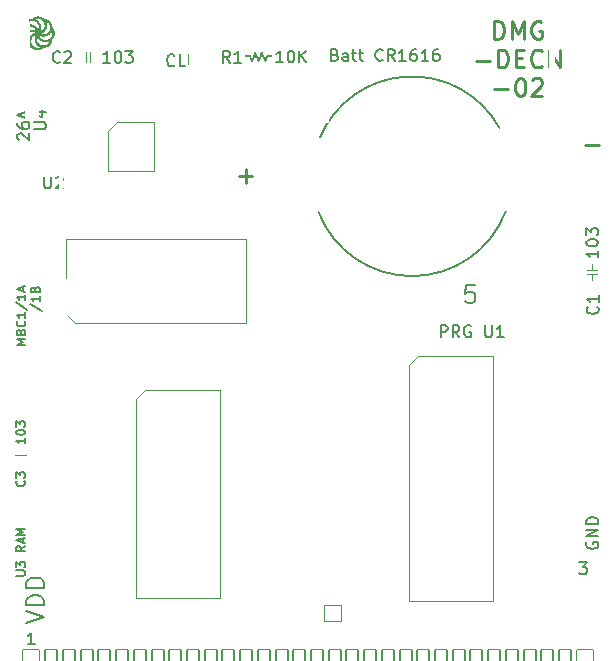
<source format=gto>
G04 #@! TF.GenerationSoftware,KiCad,Pcbnew,(6.0.9)*
G04 #@! TF.CreationDate,2023-01-08T00:32:06-05:00*
G04 #@! TF.ProjectId,DMG-DECN-02,444d472d-4445-4434-9e2d-30322e6b6963,rev?*
G04 #@! TF.SameCoordinates,Original*
G04 #@! TF.FileFunction,Legend,Top*
G04 #@! TF.FilePolarity,Positive*
%FSLAX46Y46*%
G04 Gerber Fmt 4.6, Leading zero omitted, Abs format (unit mm)*
G04 Created by KiCad (PCBNEW (6.0.9)) date 2023-01-08 00:32:06*
%MOMM*%
%LPD*%
G01*
G04 APERTURE LIST*
G04 Aperture macros list*
%AMRoundRect*
0 Rectangle with rounded corners*
0 $1 Rounding radius*
0 $2 $3 $4 $5 $6 $7 $8 $9 X,Y pos of 4 corners*
0 Add a 4 corners polygon primitive as box body*
4,1,4,$2,$3,$4,$5,$6,$7,$8,$9,$2,$3,0*
0 Add four circle primitives for the rounded corners*
1,1,$1+$1,$2,$3*
1,1,$1+$1,$4,$5*
1,1,$1+$1,$6,$7*
1,1,$1+$1,$8,$9*
0 Add four rect primitives between the rounded corners*
20,1,$1+$1,$2,$3,$4,$5,0*
20,1,$1+$1,$4,$5,$6,$7,0*
20,1,$1+$1,$6,$7,$8,$9,0*
20,1,$1+$1,$8,$9,$2,$3,0*%
%AMFreePoly0*
4,1,55,1.015063,1.095106,1.030902,1.095106,1.043716,1.085796,1.058779,1.080902,1.068089,1.068089,1.080902,1.058779,1.085796,1.043716,1.095106,1.030902,1.095106,1.015063,1.100000,1.000000,1.100000,0.762000,1.143000,0.762000,1.143000,-0.762000,0.879422,-0.762000,0.600000,-1.041422,0.600000,-2.500000,0.595106,-2.515063,0.595106,-2.530902,0.585796,-2.543716,0.580902,-2.558779,
0.568089,-2.568089,0.558779,-2.580902,0.543716,-2.585796,0.530902,-2.595106,0.515063,-2.595106,0.500000,-2.600000,-0.500000,-2.600000,-0.515063,-2.595106,-0.530902,-2.595106,-0.543716,-2.585796,-0.558779,-2.580902,-0.568089,-2.568089,-0.580902,-2.558779,-0.585796,-2.543716,-0.595106,-2.530902,-0.595106,-2.515063,-0.600000,-2.500000,-0.600000,-1.041422,-0.879422,-0.762000,-1.143000,-0.762000,
-1.143000,0.762000,-1.100000,0.762000,-1.100000,1.000000,-1.095106,1.015063,-1.095106,1.030902,-1.085796,1.043716,-1.080902,1.058779,-1.068089,1.068089,-1.058779,1.080902,-1.043716,1.085796,-1.030902,1.095106,-1.015063,1.095106,-1.000000,1.100000,1.000000,1.100000,1.015063,1.095106,1.015063,1.095106,$1*%
G04 Aperture macros list end*
%ADD10C,0.150000*%
%ADD11C,0.250000*%
%ADD12C,0.120000*%
%ADD13R,1.250000X1.500000*%
%ADD14R,2.200000X0.600000*%
%ADD15R,1.500000X1.250000*%
%ADD16RoundRect,0.050800X0.700000X3.000000X-0.700000X3.000000X-0.700000X-3.000000X0.700000X-3.000000X0*%
%ADD17RoundRect,0.050800X-0.500000X-3.000000X0.500000X-3.000000X0.500000X3.000000X-0.500000X3.000000X0*%
%ADD18RoundRect,0.050800X0.500000X3.000000X-0.500000X3.000000X-0.500000X-3.000000X0.500000X-3.000000X0*%
%ADD19R,4.000000X5.000000*%
%ADD20R,5.200000X3.200000*%
%ADD21R,1.000000X1.000000*%
%ADD22FreePoly0,90.000000*%
%ADD23FreePoly0,270.000000*%
%ADD24R,0.600000X2.200000*%
%ADD25FreePoly0,180.000000*%
%ADD26FreePoly0,0.000000*%
G04 APERTURE END LIST*
D10*
X150198984Y-84888859D02*
G75*
G03*
X166050000Y-84850000I7918066J3055139D01*
G01*
X165515644Y-77758692D02*
G75*
G03*
X150325001Y-78600000I-7390644J-4116308D01*
G01*
X125385535Y-96153214D02*
X124635535Y-96153214D01*
X125171250Y-95903214D01*
X124635535Y-95653214D01*
X125385535Y-95653214D01*
X124992678Y-95046071D02*
X125028392Y-94938928D01*
X125064107Y-94903214D01*
X125135535Y-94867500D01*
X125242678Y-94867500D01*
X125314107Y-94903214D01*
X125349821Y-94938928D01*
X125385535Y-95010357D01*
X125385535Y-95296071D01*
X124635535Y-95296071D01*
X124635535Y-95046071D01*
X124671250Y-94974642D01*
X124706964Y-94938928D01*
X124778392Y-94903214D01*
X124849821Y-94903214D01*
X124921250Y-94938928D01*
X124956964Y-94974642D01*
X124992678Y-95046071D01*
X124992678Y-95296071D01*
X125314107Y-94117500D02*
X125349821Y-94153214D01*
X125385535Y-94260357D01*
X125385535Y-94331785D01*
X125349821Y-94438928D01*
X125278392Y-94510357D01*
X125206964Y-94546071D01*
X125064107Y-94581785D01*
X124956964Y-94581785D01*
X124814107Y-94546071D01*
X124742678Y-94510357D01*
X124671250Y-94438928D01*
X124635535Y-94331785D01*
X124635535Y-94260357D01*
X124671250Y-94153214D01*
X124706964Y-94117500D01*
X125385535Y-93403214D02*
X125385535Y-93831785D01*
X125385535Y-93617500D02*
X124635535Y-93617500D01*
X124742678Y-93688928D01*
X124814107Y-93760357D01*
X124849821Y-93831785D01*
X124599821Y-92546071D02*
X125564107Y-93188928D01*
X125385535Y-91903214D02*
X125385535Y-92331785D01*
X125385535Y-92117500D02*
X124635535Y-92117500D01*
X124742678Y-92188928D01*
X124814107Y-92260357D01*
X124849821Y-92331785D01*
X125171250Y-91617500D02*
X125171250Y-91260357D01*
X125385535Y-91688928D02*
X124635535Y-91438928D01*
X125385535Y-91188928D01*
X125807321Y-92653214D02*
X126771607Y-93296071D01*
X126593035Y-92010357D02*
X126593035Y-92438928D01*
X126593035Y-92224642D02*
X125843035Y-92224642D01*
X125950178Y-92296071D01*
X126021607Y-92367500D01*
X126057321Y-92438928D01*
X126200178Y-91438928D02*
X126235892Y-91331785D01*
X126271607Y-91296071D01*
X126343035Y-91260357D01*
X126450178Y-91260357D01*
X126521607Y-91296071D01*
X126557321Y-91331785D01*
X126593035Y-91403214D01*
X126593035Y-91688928D01*
X125843035Y-91688928D01*
X125843035Y-91438928D01*
X125878750Y-91367500D01*
X125914464Y-91331785D01*
X125985892Y-91296071D01*
X126057321Y-91296071D01*
X126128750Y-91331785D01*
X126164464Y-91367500D01*
X126200178Y-91438928D01*
X126200178Y-91688928D01*
X125478571Y-119700000D02*
X126978571Y-119200000D01*
X125478571Y-118700000D01*
X126978571Y-118200000D02*
X125478571Y-118200000D01*
X125478571Y-117842857D01*
X125550000Y-117628571D01*
X125692857Y-117485714D01*
X125835714Y-117414285D01*
X126121428Y-117342857D01*
X126335714Y-117342857D01*
X126621428Y-117414285D01*
X126764285Y-117485714D01*
X126907142Y-117628571D01*
X126978571Y-117842857D01*
X126978571Y-118200000D01*
X126978571Y-116700000D02*
X125478571Y-116700000D01*
X125478571Y-116342857D01*
X125550000Y-116128571D01*
X125692857Y-115985714D01*
X125835714Y-115914285D01*
X126121428Y-115842857D01*
X126335714Y-115842857D01*
X126621428Y-115914285D01*
X126764285Y-115985714D01*
X126907142Y-116128571D01*
X126978571Y-116342857D01*
X126978571Y-116700000D01*
X126122380Y-77881904D02*
X126931904Y-77881904D01*
X127027142Y-77834285D01*
X127074761Y-77786666D01*
X127122380Y-77691428D01*
X127122380Y-77500952D01*
X127074761Y-77405714D01*
X127027142Y-77358095D01*
X126931904Y-77310476D01*
X126122380Y-77310476D01*
X126455714Y-76405714D02*
X127122380Y-76405714D01*
X126074761Y-76643809D02*
X126789047Y-76881904D01*
X126789047Y-76262857D01*
X124609285Y-115672142D02*
X125216428Y-115672142D01*
X125287857Y-115636428D01*
X125323571Y-115600714D01*
X125359285Y-115529285D01*
X125359285Y-115386428D01*
X125323571Y-115315000D01*
X125287857Y-115279285D01*
X125216428Y-115243571D01*
X124609285Y-115243571D01*
X124609285Y-114957857D02*
X124609285Y-114493571D01*
X124895000Y-114743571D01*
X124895000Y-114636428D01*
X124930714Y-114565000D01*
X124966428Y-114529285D01*
X125037857Y-114493571D01*
X125216428Y-114493571D01*
X125287857Y-114529285D01*
X125323571Y-114565000D01*
X125359285Y-114636428D01*
X125359285Y-114850714D01*
X125323571Y-114922142D01*
X125287857Y-114957857D01*
X125359285Y-113172142D02*
X125002142Y-113422142D01*
X125359285Y-113600714D02*
X124609285Y-113600714D01*
X124609285Y-113315000D01*
X124645000Y-113243571D01*
X124680714Y-113207857D01*
X124752142Y-113172142D01*
X124859285Y-113172142D01*
X124930714Y-113207857D01*
X124966428Y-113243571D01*
X125002142Y-113315000D01*
X125002142Y-113600714D01*
X125145000Y-112886428D02*
X125145000Y-112529285D01*
X125359285Y-112957857D02*
X124609285Y-112707857D01*
X125359285Y-112457857D01*
X125359285Y-112207857D02*
X124609285Y-112207857D01*
X125145000Y-111957857D01*
X124609285Y-111707857D01*
X125359285Y-111707857D01*
X124807619Y-78790476D02*
X124760000Y-78742857D01*
X124712380Y-78647619D01*
X124712380Y-78409523D01*
X124760000Y-78314285D01*
X124807619Y-78266666D01*
X124902857Y-78219047D01*
X124998095Y-78219047D01*
X125140952Y-78266666D01*
X125712380Y-78838095D01*
X125712380Y-78219047D01*
X124712380Y-77361904D02*
X124712380Y-77552380D01*
X124760000Y-77647619D01*
X124807619Y-77695238D01*
X124950476Y-77790476D01*
X125140952Y-77838095D01*
X125521904Y-77838095D01*
X125617142Y-77790476D01*
X125664761Y-77742857D01*
X125712380Y-77647619D01*
X125712380Y-77457142D01*
X125664761Y-77361904D01*
X125617142Y-77314285D01*
X125521904Y-77266666D01*
X125283809Y-77266666D01*
X125188571Y-77314285D01*
X125140952Y-77361904D01*
X125093333Y-77457142D01*
X125093333Y-77647619D01*
X125140952Y-77742857D01*
X125188571Y-77790476D01*
X125283809Y-77838095D01*
X125426666Y-76885714D02*
X125426666Y-76409523D01*
X125712380Y-76980952D02*
X124712380Y-76647619D01*
X125712380Y-76314285D01*
X138006666Y-72457142D02*
X137959047Y-72504761D01*
X137816190Y-72552380D01*
X137720952Y-72552380D01*
X137578095Y-72504761D01*
X137482857Y-72409523D01*
X137435238Y-72314285D01*
X137387619Y-72123809D01*
X137387619Y-71980952D01*
X137435238Y-71790476D01*
X137482857Y-71695238D01*
X137578095Y-71600000D01*
X137720952Y-71552380D01*
X137816190Y-71552380D01*
X137959047Y-71600000D01*
X138006666Y-71647619D01*
X138911428Y-72552380D02*
X138435238Y-72552380D01*
X138435238Y-71552380D01*
X139244761Y-72552380D02*
X139244761Y-71552380D01*
X128313333Y-72187142D02*
X128265714Y-72234761D01*
X128122857Y-72282380D01*
X128027619Y-72282380D01*
X127884761Y-72234761D01*
X127789523Y-72139523D01*
X127741904Y-72044285D01*
X127694285Y-71853809D01*
X127694285Y-71710952D01*
X127741904Y-71520476D01*
X127789523Y-71425238D01*
X127884761Y-71330000D01*
X128027619Y-71282380D01*
X128122857Y-71282380D01*
X128265714Y-71330000D01*
X128313333Y-71377619D01*
X128694285Y-71377619D02*
X128741904Y-71330000D01*
X128837142Y-71282380D01*
X129075238Y-71282380D01*
X129170476Y-71330000D01*
X129218095Y-71377619D01*
X129265714Y-71472857D01*
X129265714Y-71568095D01*
X129218095Y-71710952D01*
X128646666Y-72282380D01*
X129265714Y-72282380D01*
X147209523Y-72232380D02*
X146638095Y-72232380D01*
X146923809Y-72232380D02*
X146923809Y-71232380D01*
X146828571Y-71375238D01*
X146733333Y-71470476D01*
X146638095Y-71518095D01*
X147828571Y-71232380D02*
X147923809Y-71232380D01*
X148019047Y-71280000D01*
X148066666Y-71327619D01*
X148114285Y-71422857D01*
X148161904Y-71613333D01*
X148161904Y-71851428D01*
X148114285Y-72041904D01*
X148066666Y-72137142D01*
X148019047Y-72184761D01*
X147923809Y-72232380D01*
X147828571Y-72232380D01*
X147733333Y-72184761D01*
X147685714Y-72137142D01*
X147638095Y-72041904D01*
X147590476Y-71851428D01*
X147590476Y-71613333D01*
X147638095Y-71422857D01*
X147685714Y-71327619D01*
X147733333Y-71280000D01*
X147828571Y-71232380D01*
X148590476Y-72232380D02*
X148590476Y-71232380D01*
X149161904Y-72232380D02*
X148733333Y-71660952D01*
X149161904Y-71232380D02*
X148590476Y-71803809D01*
X126988095Y-81902380D02*
X126988095Y-82711904D01*
X127035714Y-82807142D01*
X127083333Y-82854761D01*
X127178571Y-82902380D01*
X127369047Y-82902380D01*
X127464285Y-82854761D01*
X127511904Y-82807142D01*
X127559523Y-82711904D01*
X127559523Y-81902380D01*
X127988095Y-81997619D02*
X128035714Y-81950000D01*
X128130952Y-81902380D01*
X128369047Y-81902380D01*
X128464285Y-81950000D01*
X128511904Y-81997619D01*
X128559523Y-82092857D01*
X128559523Y-82188095D01*
X128511904Y-82330952D01*
X127940476Y-82902380D01*
X128559523Y-82902380D01*
X126185714Y-121502380D02*
X125614285Y-121502380D01*
X125900000Y-121502380D02*
X125900000Y-120502380D01*
X125804761Y-120645238D01*
X125709523Y-120740476D01*
X125614285Y-120788095D01*
X163417142Y-91088571D02*
X162702857Y-91088571D01*
X162631428Y-91802857D01*
X162702857Y-91731428D01*
X162845714Y-91660000D01*
X163202857Y-91660000D01*
X163345714Y-91731428D01*
X163417142Y-91802857D01*
X163488571Y-91945714D01*
X163488571Y-92302857D01*
X163417142Y-92445714D01*
X163345714Y-92517142D01*
X163202857Y-92588571D01*
X162845714Y-92588571D01*
X162702857Y-92517142D01*
X162631428Y-92445714D01*
X125287857Y-107645000D02*
X125323571Y-107680714D01*
X125359285Y-107787857D01*
X125359285Y-107859285D01*
X125323571Y-107966428D01*
X125252142Y-108037857D01*
X125180714Y-108073571D01*
X125037857Y-108109285D01*
X124930714Y-108109285D01*
X124787857Y-108073571D01*
X124716428Y-108037857D01*
X124645000Y-107966428D01*
X124609285Y-107859285D01*
X124609285Y-107787857D01*
X124645000Y-107680714D01*
X124680714Y-107645000D01*
X124609285Y-107395000D02*
X124609285Y-106930714D01*
X124895000Y-107180714D01*
X124895000Y-107073571D01*
X124930714Y-107002142D01*
X124966428Y-106966428D01*
X125037857Y-106930714D01*
X125216428Y-106930714D01*
X125287857Y-106966428D01*
X125323571Y-107002142D01*
X125359285Y-107073571D01*
X125359285Y-107287857D01*
X125323571Y-107359285D01*
X125287857Y-107395000D01*
X172296666Y-114552380D02*
X172915714Y-114552380D01*
X172582380Y-114933333D01*
X172725238Y-114933333D01*
X172820476Y-114980952D01*
X172868095Y-115028571D01*
X172915714Y-115123809D01*
X172915714Y-115361904D01*
X172868095Y-115457142D01*
X172820476Y-115504761D01*
X172725238Y-115552380D01*
X172439523Y-115552380D01*
X172344285Y-115504761D01*
X172296666Y-115457142D01*
D11*
X165080000Y-70233571D02*
X165080000Y-68733571D01*
X165437142Y-68733571D01*
X165651428Y-68805000D01*
X165794285Y-68947857D01*
X165865714Y-69090714D01*
X165937142Y-69376428D01*
X165937142Y-69590714D01*
X165865714Y-69876428D01*
X165794285Y-70019285D01*
X165651428Y-70162142D01*
X165437142Y-70233571D01*
X165080000Y-70233571D01*
X166580000Y-70233571D02*
X166580000Y-68733571D01*
X167080000Y-69805000D01*
X167580000Y-68733571D01*
X167580000Y-70233571D01*
X169080000Y-68805000D02*
X168937142Y-68733571D01*
X168722857Y-68733571D01*
X168508571Y-68805000D01*
X168365714Y-68947857D01*
X168294285Y-69090714D01*
X168222857Y-69376428D01*
X168222857Y-69590714D01*
X168294285Y-69876428D01*
X168365714Y-70019285D01*
X168508571Y-70162142D01*
X168722857Y-70233571D01*
X168865714Y-70233571D01*
X169080000Y-70162142D01*
X169151428Y-70090714D01*
X169151428Y-69590714D01*
X168865714Y-69590714D01*
X163544285Y-72077142D02*
X164687142Y-72077142D01*
X165401428Y-72648571D02*
X165401428Y-71148571D01*
X165758571Y-71148571D01*
X165972857Y-71220000D01*
X166115714Y-71362857D01*
X166187142Y-71505714D01*
X166258571Y-71791428D01*
X166258571Y-72005714D01*
X166187142Y-72291428D01*
X166115714Y-72434285D01*
X165972857Y-72577142D01*
X165758571Y-72648571D01*
X165401428Y-72648571D01*
X166901428Y-71862857D02*
X167401428Y-71862857D01*
X167615714Y-72648571D02*
X166901428Y-72648571D01*
X166901428Y-71148571D01*
X167615714Y-71148571D01*
X169115714Y-72505714D02*
X169044285Y-72577142D01*
X168830000Y-72648571D01*
X168687142Y-72648571D01*
X168472857Y-72577142D01*
X168330000Y-72434285D01*
X168258571Y-72291428D01*
X168187142Y-72005714D01*
X168187142Y-71791428D01*
X168258571Y-71505714D01*
X168330000Y-71362857D01*
X168472857Y-71220000D01*
X168687142Y-71148571D01*
X168830000Y-71148571D01*
X169044285Y-71220000D01*
X169115714Y-71291428D01*
X169758571Y-72648571D02*
X169758571Y-71148571D01*
X170615714Y-72648571D01*
X170615714Y-71148571D01*
X165080000Y-74492142D02*
X166222857Y-74492142D01*
X167222857Y-73563571D02*
X167365714Y-73563571D01*
X167508571Y-73635000D01*
X167580000Y-73706428D01*
X167651428Y-73849285D01*
X167722857Y-74135000D01*
X167722857Y-74492142D01*
X167651428Y-74777857D01*
X167580000Y-74920714D01*
X167508571Y-74992142D01*
X167365714Y-75063571D01*
X167222857Y-75063571D01*
X167080000Y-74992142D01*
X167008571Y-74920714D01*
X166937142Y-74777857D01*
X166865714Y-74492142D01*
X166865714Y-74135000D01*
X166937142Y-73849285D01*
X167008571Y-73706428D01*
X167080000Y-73635000D01*
X167222857Y-73563571D01*
X168294285Y-73706428D02*
X168365714Y-73635000D01*
X168508571Y-73563571D01*
X168865714Y-73563571D01*
X169008571Y-73635000D01*
X169080000Y-73706428D01*
X169151428Y-73849285D01*
X169151428Y-73992142D01*
X169080000Y-74206428D01*
X168222857Y-75063571D01*
X169151428Y-75063571D01*
D10*
X132563333Y-72262380D02*
X131991904Y-72262380D01*
X132277619Y-72262380D02*
X132277619Y-71262380D01*
X132182380Y-71405238D01*
X132087142Y-71500476D01*
X131991904Y-71548095D01*
X133182380Y-71262380D02*
X133277619Y-71262380D01*
X133372857Y-71310000D01*
X133420476Y-71357619D01*
X133468095Y-71452857D01*
X133515714Y-71643333D01*
X133515714Y-71881428D01*
X133468095Y-72071904D01*
X133420476Y-72167142D01*
X133372857Y-72214761D01*
X133277619Y-72262380D01*
X133182380Y-72262380D01*
X133087142Y-72214761D01*
X133039523Y-72167142D01*
X132991904Y-72071904D01*
X132944285Y-71881428D01*
X132944285Y-71643333D01*
X132991904Y-71452857D01*
X133039523Y-71357619D01*
X133087142Y-71310000D01*
X133182380Y-71262380D01*
X133849047Y-71262380D02*
X134468095Y-71262380D01*
X134134761Y-71643333D01*
X134277619Y-71643333D01*
X134372857Y-71690952D01*
X134420476Y-71738571D01*
X134468095Y-71833809D01*
X134468095Y-72071904D01*
X134420476Y-72167142D01*
X134372857Y-72214761D01*
X134277619Y-72262380D01*
X133991904Y-72262380D01*
X133896666Y-72214761D01*
X133849047Y-72167142D01*
X172940000Y-112841904D02*
X172892380Y-112937142D01*
X172892380Y-113080000D01*
X172940000Y-113222857D01*
X173035238Y-113318095D01*
X173130476Y-113365714D01*
X173320952Y-113413333D01*
X173463809Y-113413333D01*
X173654285Y-113365714D01*
X173749523Y-113318095D01*
X173844761Y-113222857D01*
X173892380Y-113080000D01*
X173892380Y-112984761D01*
X173844761Y-112841904D01*
X173797142Y-112794285D01*
X173463809Y-112794285D01*
X173463809Y-112984761D01*
X173892380Y-112365714D02*
X172892380Y-112365714D01*
X173892380Y-111794285D01*
X172892380Y-111794285D01*
X173892380Y-111318095D02*
X172892380Y-111318095D01*
X172892380Y-111080000D01*
X172940000Y-110937142D01*
X173035238Y-110841904D01*
X173130476Y-110794285D01*
X173320952Y-110746666D01*
X173463809Y-110746666D01*
X173654285Y-110794285D01*
X173749523Y-110841904D01*
X173844761Y-110937142D01*
X173892380Y-111080000D01*
X173892380Y-111318095D01*
X160557142Y-95492380D02*
X160557142Y-94492380D01*
X160938095Y-94492380D01*
X161033333Y-94540000D01*
X161080952Y-94587619D01*
X161128571Y-94682857D01*
X161128571Y-94825714D01*
X161080952Y-94920952D01*
X161033333Y-94968571D01*
X160938095Y-95016190D01*
X160557142Y-95016190D01*
X162128571Y-95492380D02*
X161795238Y-95016190D01*
X161557142Y-95492380D02*
X161557142Y-94492380D01*
X161938095Y-94492380D01*
X162033333Y-94540000D01*
X162080952Y-94587619D01*
X162128571Y-94682857D01*
X162128571Y-94825714D01*
X162080952Y-94920952D01*
X162033333Y-94968571D01*
X161938095Y-95016190D01*
X161557142Y-95016190D01*
X163080952Y-94540000D02*
X162985714Y-94492380D01*
X162842857Y-94492380D01*
X162700000Y-94540000D01*
X162604761Y-94635238D01*
X162557142Y-94730476D01*
X162509523Y-94920952D01*
X162509523Y-95063809D01*
X162557142Y-95254285D01*
X162604761Y-95349523D01*
X162700000Y-95444761D01*
X162842857Y-95492380D01*
X162938095Y-95492380D01*
X163080952Y-95444761D01*
X163128571Y-95397142D01*
X163128571Y-95063809D01*
X162938095Y-95063809D01*
X164319047Y-94492380D02*
X164319047Y-95301904D01*
X164366666Y-95397142D01*
X164414285Y-95444761D01*
X164509523Y-95492380D01*
X164700000Y-95492380D01*
X164795238Y-95444761D01*
X164842857Y-95397142D01*
X164890476Y-95301904D01*
X164890476Y-94492380D01*
X165890476Y-95492380D02*
X165319047Y-95492380D01*
X165604761Y-95492380D02*
X165604761Y-94492380D01*
X165509523Y-94635238D01*
X165414285Y-94730476D01*
X165319047Y-94778095D01*
X125359285Y-104040000D02*
X125359285Y-104468571D01*
X125359285Y-104254285D02*
X124609285Y-104254285D01*
X124716428Y-104325714D01*
X124787857Y-104397142D01*
X124823571Y-104468571D01*
X124609285Y-103575714D02*
X124609285Y-103504285D01*
X124645000Y-103432857D01*
X124680714Y-103397142D01*
X124752142Y-103361428D01*
X124895000Y-103325714D01*
X125073571Y-103325714D01*
X125216428Y-103361428D01*
X125287857Y-103397142D01*
X125323571Y-103432857D01*
X125359285Y-103504285D01*
X125359285Y-103575714D01*
X125323571Y-103647142D01*
X125287857Y-103682857D01*
X125216428Y-103718571D01*
X125073571Y-103754285D01*
X124895000Y-103754285D01*
X124752142Y-103718571D01*
X124680714Y-103682857D01*
X124645000Y-103647142D01*
X124609285Y-103575714D01*
X124609285Y-103075714D02*
X124609285Y-102611428D01*
X124895000Y-102861428D01*
X124895000Y-102754285D01*
X124930714Y-102682857D01*
X124966428Y-102647142D01*
X125037857Y-102611428D01*
X125216428Y-102611428D01*
X125287857Y-102647142D01*
X125323571Y-102682857D01*
X125359285Y-102754285D01*
X125359285Y-102968571D01*
X125323571Y-103040000D01*
X125287857Y-103075714D01*
X173817142Y-92916666D02*
X173864761Y-92964285D01*
X173912380Y-93107142D01*
X173912380Y-93202380D01*
X173864761Y-93345238D01*
X173769523Y-93440476D01*
X173674285Y-93488095D01*
X173483809Y-93535714D01*
X173340952Y-93535714D01*
X173150476Y-93488095D01*
X173055238Y-93440476D01*
X172960000Y-93345238D01*
X172912380Y-93202380D01*
X172912380Y-93107142D01*
X172960000Y-92964285D01*
X173007619Y-92916666D01*
X173912380Y-91964285D02*
X173912380Y-92535714D01*
X173912380Y-92250000D02*
X172912380Y-92250000D01*
X173055238Y-92345238D01*
X173150476Y-92440476D01*
X173198095Y-92535714D01*
X151591904Y-71588571D02*
X151734761Y-71636190D01*
X151782380Y-71683809D01*
X151830000Y-71779047D01*
X151830000Y-71921904D01*
X151782380Y-72017142D01*
X151734761Y-72064761D01*
X151639523Y-72112380D01*
X151258571Y-72112380D01*
X151258571Y-71112380D01*
X151591904Y-71112380D01*
X151687142Y-71160000D01*
X151734761Y-71207619D01*
X151782380Y-71302857D01*
X151782380Y-71398095D01*
X151734761Y-71493333D01*
X151687142Y-71540952D01*
X151591904Y-71588571D01*
X151258571Y-71588571D01*
X152687142Y-72112380D02*
X152687142Y-71588571D01*
X152639523Y-71493333D01*
X152544285Y-71445714D01*
X152353809Y-71445714D01*
X152258571Y-71493333D01*
X152687142Y-72064761D02*
X152591904Y-72112380D01*
X152353809Y-72112380D01*
X152258571Y-72064761D01*
X152210952Y-71969523D01*
X152210952Y-71874285D01*
X152258571Y-71779047D01*
X152353809Y-71731428D01*
X152591904Y-71731428D01*
X152687142Y-71683809D01*
X153020476Y-71445714D02*
X153401428Y-71445714D01*
X153163333Y-71112380D02*
X153163333Y-71969523D01*
X153210952Y-72064761D01*
X153306190Y-72112380D01*
X153401428Y-72112380D01*
X153591904Y-71445714D02*
X153972857Y-71445714D01*
X153734761Y-71112380D02*
X153734761Y-71969523D01*
X153782380Y-72064761D01*
X153877619Y-72112380D01*
X153972857Y-72112380D01*
X155639523Y-72017142D02*
X155591904Y-72064761D01*
X155449047Y-72112380D01*
X155353809Y-72112380D01*
X155210952Y-72064761D01*
X155115714Y-71969523D01*
X155068095Y-71874285D01*
X155020476Y-71683809D01*
X155020476Y-71540952D01*
X155068095Y-71350476D01*
X155115714Y-71255238D01*
X155210952Y-71160000D01*
X155353809Y-71112380D01*
X155449047Y-71112380D01*
X155591904Y-71160000D01*
X155639523Y-71207619D01*
X156639523Y-72112380D02*
X156306190Y-71636190D01*
X156068095Y-72112380D02*
X156068095Y-71112380D01*
X156449047Y-71112380D01*
X156544285Y-71160000D01*
X156591904Y-71207619D01*
X156639523Y-71302857D01*
X156639523Y-71445714D01*
X156591904Y-71540952D01*
X156544285Y-71588571D01*
X156449047Y-71636190D01*
X156068095Y-71636190D01*
X157591904Y-72112380D02*
X157020476Y-72112380D01*
X157306190Y-72112380D02*
X157306190Y-71112380D01*
X157210952Y-71255238D01*
X157115714Y-71350476D01*
X157020476Y-71398095D01*
X158449047Y-71112380D02*
X158258571Y-71112380D01*
X158163333Y-71160000D01*
X158115714Y-71207619D01*
X158020476Y-71350476D01*
X157972857Y-71540952D01*
X157972857Y-71921904D01*
X158020476Y-72017142D01*
X158068095Y-72064761D01*
X158163333Y-72112380D01*
X158353809Y-72112380D01*
X158449047Y-72064761D01*
X158496666Y-72017142D01*
X158544285Y-71921904D01*
X158544285Y-71683809D01*
X158496666Y-71588571D01*
X158449047Y-71540952D01*
X158353809Y-71493333D01*
X158163333Y-71493333D01*
X158068095Y-71540952D01*
X158020476Y-71588571D01*
X157972857Y-71683809D01*
X159496666Y-72112380D02*
X158925238Y-72112380D01*
X159210952Y-72112380D02*
X159210952Y-71112380D01*
X159115714Y-71255238D01*
X159020476Y-71350476D01*
X158925238Y-71398095D01*
X160353809Y-71112380D02*
X160163333Y-71112380D01*
X160068095Y-71160000D01*
X160020476Y-71207619D01*
X159925238Y-71350476D01*
X159877619Y-71540952D01*
X159877619Y-71921904D01*
X159925238Y-72017142D01*
X159972857Y-72064761D01*
X160068095Y-72112380D01*
X160258571Y-72112380D01*
X160353809Y-72064761D01*
X160401428Y-72017142D01*
X160449047Y-71921904D01*
X160449047Y-71683809D01*
X160401428Y-71588571D01*
X160353809Y-71540952D01*
X160258571Y-71493333D01*
X160068095Y-71493333D01*
X159972857Y-71540952D01*
X159925238Y-71588571D01*
X159877619Y-71683809D01*
X173872380Y-88166666D02*
X173872380Y-88738095D01*
X173872380Y-88452380D02*
X172872380Y-88452380D01*
X173015238Y-88547619D01*
X173110476Y-88642857D01*
X173158095Y-88738095D01*
X172872380Y-87547619D02*
X172872380Y-87452380D01*
X172920000Y-87357142D01*
X172967619Y-87309523D01*
X173062857Y-87261904D01*
X173253333Y-87214285D01*
X173491428Y-87214285D01*
X173681904Y-87261904D01*
X173777142Y-87309523D01*
X173824761Y-87357142D01*
X173872380Y-87452380D01*
X173872380Y-87547619D01*
X173824761Y-87642857D01*
X173777142Y-87690476D01*
X173681904Y-87738095D01*
X173491428Y-87785714D01*
X173253333Y-87785714D01*
X173062857Y-87738095D01*
X172967619Y-87690476D01*
X172920000Y-87642857D01*
X172872380Y-87547619D01*
X172872380Y-86880952D02*
X172872380Y-86261904D01*
X173253333Y-86595238D01*
X173253333Y-86452380D01*
X173300952Y-86357142D01*
X173348571Y-86309523D01*
X173443809Y-86261904D01*
X173681904Y-86261904D01*
X173777142Y-86309523D01*
X173824761Y-86357142D01*
X173872380Y-86452380D01*
X173872380Y-86738095D01*
X173824761Y-86833333D01*
X173777142Y-86880952D01*
X142693333Y-72262380D02*
X142360000Y-71786190D01*
X142121904Y-72262380D02*
X142121904Y-71262380D01*
X142502857Y-71262380D01*
X142598095Y-71310000D01*
X142645714Y-71357619D01*
X142693333Y-71452857D01*
X142693333Y-71595714D01*
X142645714Y-71690952D01*
X142598095Y-71738571D01*
X142502857Y-71786190D01*
X142121904Y-71786190D01*
X143645714Y-72262380D02*
X143074285Y-72262380D01*
X143360000Y-72262380D02*
X143360000Y-71262380D01*
X143264761Y-71405238D01*
X143169523Y-71500476D01*
X143074285Y-71548095D01*
D11*
X143458571Y-81867142D02*
X144601428Y-81867142D01*
X144030000Y-82438571D02*
X144030000Y-81295714D01*
X172788571Y-79237142D02*
X173931428Y-79237142D01*
G36*
X173418520Y-89826063D02*
G01*
X173874842Y-89826063D01*
X173874842Y-89871695D01*
X172916566Y-89871695D01*
X172916566Y-89826063D01*
X173372888Y-89826063D01*
X173372888Y-89267069D01*
X173418520Y-89267069D01*
X173418520Y-89826063D01*
G37*
G36*
X173874842Y-90202529D02*
G01*
X173418520Y-90202529D01*
X173418520Y-90767226D01*
X173372888Y-90767226D01*
X173372888Y-90202529D01*
X172916566Y-90202529D01*
X172916566Y-90156896D01*
X173874842Y-90156896D01*
X173874842Y-90202529D01*
G37*
D12*
X141826000Y-117543000D02*
X134734000Y-117543000D01*
X134734000Y-117543000D02*
X134734000Y-100725000D01*
X141826000Y-99925000D02*
X141826000Y-117543000D01*
X135534000Y-99925000D02*
X141826000Y-99925000D01*
X134734000Y-100725000D02*
X135534000Y-99925000D01*
G36*
X130573104Y-72264842D02*
G01*
X130527471Y-72264842D01*
X130527471Y-71808520D01*
X129962774Y-71808520D01*
X129962774Y-71762888D01*
X130527471Y-71762888D01*
X130527471Y-71306566D01*
X130573104Y-71306566D01*
X130573104Y-72264842D01*
G37*
G36*
X130903937Y-71762888D02*
G01*
X131462931Y-71762888D01*
X131462931Y-71808520D01*
X130903937Y-71808520D01*
X130903937Y-72264842D01*
X130858305Y-72264842D01*
X130858305Y-71306566D01*
X130903937Y-71306566D01*
X130903937Y-71762888D01*
G37*
X152100000Y-119530000D02*
X150700000Y-119530000D01*
X150700000Y-118130000D02*
X152100000Y-118130000D01*
X150700000Y-119530000D02*
X150700000Y-118130000D01*
X152100000Y-118130000D02*
X152100000Y-119530000D01*
X158648000Y-97090000D02*
X164940000Y-97090000D01*
X164940000Y-97090000D02*
X164940000Y-117820000D01*
X164940000Y-117820000D02*
X157848000Y-117820000D01*
X157848000Y-97890000D02*
X158648000Y-97090000D01*
X157848000Y-117820000D02*
X157848000Y-97890000D01*
G36*
X145416148Y-71317600D02*
G01*
X145436625Y-71329696D01*
X145452116Y-71346915D01*
X145455352Y-71353192D01*
X145461753Y-71366947D01*
X145471012Y-71387477D01*
X145482820Y-71414078D01*
X145496868Y-71446047D01*
X145512848Y-71482678D01*
X145530452Y-71523270D01*
X145549371Y-71567119D01*
X145569296Y-71613520D01*
X145581111Y-71641134D01*
X145601271Y-71688244D01*
X145620432Y-71732878D01*
X145638305Y-71774373D01*
X145654604Y-71812070D01*
X145669042Y-71845307D01*
X145681329Y-71873424D01*
X145691179Y-71895759D01*
X145698305Y-71911653D01*
X145702418Y-71920443D01*
X145703333Y-71922037D01*
X145705173Y-71917981D01*
X145709236Y-71906518D01*
X145715164Y-71888743D01*
X145722596Y-71865755D01*
X145731174Y-71838650D01*
X145740537Y-71808525D01*
X145740788Y-71807711D01*
X145752843Y-71768836D01*
X145762773Y-71737544D01*
X145770944Y-71712889D01*
X145777724Y-71693922D01*
X145783481Y-71679695D01*
X145788582Y-71669262D01*
X145793393Y-71661673D01*
X145798283Y-71655980D01*
X145800343Y-71654022D01*
X145805630Y-71649531D01*
X145811244Y-71645756D01*
X145817964Y-71642632D01*
X145826571Y-71640098D01*
X145837845Y-71638091D01*
X145852566Y-71636548D01*
X145871515Y-71635406D01*
X145895472Y-71634603D01*
X145925217Y-71634076D01*
X145961529Y-71633763D01*
X146005190Y-71633601D01*
X146055555Y-71633528D01*
X146267777Y-71633333D01*
X146267777Y-71783134D01*
X146085688Y-71782208D01*
X145903600Y-71781281D01*
X145899223Y-71795085D01*
X145896987Y-71802203D01*
X145892404Y-71816842D01*
X145885776Y-71838041D01*
X145877404Y-71864834D01*
X145867588Y-71896259D01*
X145856630Y-71931352D01*
X145844831Y-71969149D01*
X145838670Y-71988889D01*
X145823911Y-72035990D01*
X145811394Y-72075334D01*
X145800793Y-72107674D01*
X145791781Y-72133763D01*
X145784032Y-72154355D01*
X145777221Y-72170202D01*
X145771021Y-72182057D01*
X145765106Y-72190674D01*
X145759150Y-72196805D01*
X145752827Y-72201203D01*
X145745810Y-72204622D01*
X145745112Y-72204916D01*
X145720230Y-72211108D01*
X145696202Y-72209241D01*
X145674630Y-72199710D01*
X145657432Y-72183338D01*
X145653876Y-72176858D01*
X145647169Y-72162906D01*
X145637626Y-72142193D01*
X145625562Y-72115433D01*
X145611294Y-72083338D01*
X145595138Y-72046620D01*
X145577408Y-72005991D01*
X145558421Y-71962163D01*
X145538493Y-71915850D01*
X145528027Y-71891405D01*
X145507851Y-71844236D01*
X145488590Y-71799275D01*
X145470545Y-71757221D01*
X145454019Y-71718773D01*
X145439312Y-71684633D01*
X145426726Y-71655499D01*
X145416563Y-71632071D01*
X145409124Y-71615049D01*
X145404711Y-71605132D01*
X145403702Y-71602995D01*
X145397977Y-71592068D01*
X145393509Y-71604923D01*
X145391307Y-71611274D01*
X145386454Y-71625284D01*
X145379207Y-71646210D01*
X145369822Y-71673313D01*
X145358556Y-71705849D01*
X145345666Y-71743079D01*
X145331408Y-71784261D01*
X145316040Y-71828652D01*
X145299817Y-71875512D01*
X145294417Y-71891111D01*
X145275354Y-71945915D01*
X145257667Y-71996237D01*
X145241546Y-72041564D01*
X145227179Y-72081380D01*
X145214753Y-72115172D01*
X145204458Y-72142426D01*
X145196482Y-72162628D01*
X145191012Y-72175265D01*
X145188826Y-72179267D01*
X145170497Y-72197713D01*
X145149252Y-72208484D01*
X145126457Y-72211292D01*
X145103475Y-72205850D01*
X145091880Y-72199650D01*
X145079510Y-72190022D01*
X145069645Y-72179597D01*
X145067429Y-72176316D01*
X145064771Y-72170187D01*
X145059344Y-72156429D01*
X145051419Y-72135765D01*
X145041267Y-72108919D01*
X145029159Y-72076616D01*
X145015366Y-72039578D01*
X145000158Y-71998531D01*
X144983807Y-71954196D01*
X144966583Y-71907299D01*
X144958660Y-71885663D01*
X144941280Y-71838248D01*
X144924770Y-71793372D01*
X144909383Y-71751718D01*
X144895376Y-71713973D01*
X144883006Y-71680820D01*
X144872527Y-71652944D01*
X144864195Y-71631030D01*
X144858267Y-71615762D01*
X144854998Y-71607824D01*
X144854444Y-71606818D01*
X144852616Y-71610882D01*
X144848070Y-71622640D01*
X144841055Y-71641408D01*
X144831820Y-71666500D01*
X144820614Y-71697233D01*
X144807687Y-71732921D01*
X144793287Y-71772879D01*
X144777664Y-71816423D01*
X144761067Y-71862868D01*
X144752222Y-71887693D01*
X144735028Y-71935825D01*
X144718503Y-71981751D01*
X144702918Y-72024741D01*
X144688544Y-72064063D01*
X144675649Y-72098989D01*
X144664505Y-72128789D01*
X144655382Y-72152732D01*
X144648549Y-72170089D01*
X144644277Y-72180129D01*
X144643244Y-72182094D01*
X144628142Y-72197343D01*
X144608246Y-72207192D01*
X144586097Y-72211135D01*
X144564238Y-72208665D01*
X144547732Y-72201111D01*
X144535716Y-72191479D01*
X144525759Y-72181146D01*
X144524883Y-72180000D01*
X144521578Y-72173669D01*
X144515360Y-72159961D01*
X144506599Y-72139759D01*
X144495667Y-72113947D01*
X144482936Y-72083406D01*
X144468776Y-72049020D01*
X144453558Y-72011672D01*
X144440771Y-71980000D01*
X144425073Y-71941182D01*
X144410210Y-71904846D01*
X144396540Y-71871839D01*
X144384420Y-71843004D01*
X144374208Y-71819189D01*
X144366263Y-71801237D01*
X144360943Y-71789995D01*
X144358769Y-71786360D01*
X144352855Y-71785005D01*
X144338814Y-71783921D01*
X144316509Y-71783104D01*
X144285800Y-71782551D01*
X144246550Y-71782259D01*
X144198619Y-71782225D01*
X144172473Y-71782300D01*
X143992222Y-71782991D01*
X143992222Y-71633015D01*
X144211111Y-71634285D01*
X144260921Y-71634586D01*
X144302627Y-71634883D01*
X144337013Y-71635211D01*
X144364865Y-71635605D01*
X144386967Y-71636100D01*
X144404104Y-71636731D01*
X144417060Y-71637532D01*
X144426621Y-71638538D01*
X144433570Y-71639784D01*
X144438692Y-71641305D01*
X144442773Y-71643136D01*
X144445540Y-71644685D01*
X144458590Y-71654623D01*
X144469739Y-71666715D01*
X144470628Y-71667982D01*
X144474727Y-71675722D01*
X144481553Y-71690535D01*
X144490591Y-71711216D01*
X144501324Y-71736562D01*
X144513236Y-71765367D01*
X144525812Y-71796428D01*
X144527670Y-71801075D01*
X144539954Y-71831673D01*
X144551284Y-71859590D01*
X144561214Y-71883755D01*
X144569302Y-71903095D01*
X144575101Y-71916541D01*
X144578169Y-71923022D01*
X144578427Y-71923400D01*
X144580427Y-71919907D01*
X144585139Y-71908702D01*
X144592313Y-71890457D01*
X144601698Y-71865841D01*
X144613046Y-71835524D01*
X144626105Y-71800178D01*
X144640628Y-71760471D01*
X144656363Y-71717075D01*
X144673060Y-71670659D01*
X144683176Y-71642371D01*
X144700498Y-71593959D01*
X144717122Y-71547758D01*
X144732782Y-71504492D01*
X144747211Y-71464883D01*
X144760144Y-71429657D01*
X144771313Y-71399536D01*
X144780453Y-71375244D01*
X144787298Y-71357504D01*
X144791581Y-71347041D01*
X144792712Y-71344706D01*
X144805706Y-71330782D01*
X144824382Y-71320071D01*
X144845699Y-71314085D01*
X144855832Y-71313333D01*
X144878194Y-71317583D01*
X144898770Y-71329566D01*
X144912896Y-71344445D01*
X144915790Y-71350437D01*
X144921446Y-71364065D01*
X144929590Y-71384607D01*
X144939949Y-71411345D01*
X144952248Y-71443558D01*
X144966214Y-71480528D01*
X144981571Y-71521533D01*
X144998047Y-71565855D01*
X145015368Y-71612774D01*
X145023735Y-71635556D01*
X145041179Y-71683096D01*
X145057720Y-71728127D01*
X145073106Y-71769964D01*
X145087083Y-71807920D01*
X145099398Y-71841310D01*
X145109800Y-71869448D01*
X145118033Y-71891649D01*
X145123846Y-71907225D01*
X145126984Y-71915492D01*
X145127475Y-71916674D01*
X145129106Y-71912861D01*
X145133335Y-71901506D01*
X145139854Y-71883470D01*
X145148358Y-71859612D01*
X145158542Y-71830791D01*
X145170100Y-71797869D01*
X145182726Y-71761704D01*
X145189884Y-71741118D01*
X145213091Y-71674313D01*
X145233573Y-71615408D01*
X145251510Y-71563900D01*
X145267079Y-71519289D01*
X145280460Y-71481071D01*
X145291832Y-71448747D01*
X145301374Y-71421813D01*
X145309264Y-71399768D01*
X145315680Y-71382110D01*
X145320803Y-71368338D01*
X145324810Y-71357950D01*
X145327881Y-71350443D01*
X145330193Y-71345317D01*
X145331927Y-71342069D01*
X145332283Y-71341504D01*
X145344255Y-71329767D01*
X145361820Y-71320239D01*
X145381711Y-71314420D01*
X145393610Y-71313333D01*
X145416148Y-71317600D01*
G37*
X144030000Y-94312000D02*
X129600000Y-94312000D01*
X128800000Y-93512000D02*
X128800000Y-87220000D01*
X129600000Y-94312000D02*
X128800000Y-93512000D01*
X144030000Y-87220000D02*
X144030000Y-94312000D01*
X128800000Y-87220000D02*
X144030000Y-87220000D01*
G36*
X125135962Y-70157473D02*
G01*
X125106798Y-70105499D01*
X125082102Y-70051376D01*
X125061814Y-69994974D01*
X125045876Y-69936165D01*
X125034461Y-69876340D01*
X125031975Y-69856149D01*
X125030036Y-69832181D01*
X125028666Y-69805632D01*
X125027887Y-69777698D01*
X125027812Y-69765091D01*
X125223129Y-69765091D01*
X125225227Y-69808281D01*
X125230071Y-69850218D01*
X125237582Y-69889642D01*
X125241476Y-69905014D01*
X125245235Y-69918110D01*
X125249322Y-69931334D01*
X125253452Y-69943873D01*
X125257337Y-69954913D01*
X125260690Y-69963641D01*
X125263224Y-69969243D01*
X125264653Y-69970905D01*
X125264694Y-69970866D01*
X125266270Y-69967787D01*
X125269165Y-69961097D01*
X125272929Y-69951866D01*
X125276108Y-69943768D01*
X125289274Y-69912969D01*
X125305588Y-69880146D01*
X125324360Y-69846481D01*
X125344900Y-69813158D01*
X125366518Y-69781356D01*
X125386336Y-69755000D01*
X125395982Y-69743559D01*
X125408632Y-69729633D01*
X125423499Y-69713998D01*
X125439798Y-69697434D01*
X125456744Y-69680717D01*
X125473552Y-69664626D01*
X125489436Y-69649939D01*
X125503610Y-69637433D01*
X125512408Y-69630142D01*
X125562278Y-69593372D01*
X125613716Y-69561343D01*
X125666809Y-69534020D01*
X125721644Y-69511368D01*
X125778308Y-69493352D01*
X125836889Y-69479936D01*
X125897472Y-69471085D01*
X125909630Y-69469879D01*
X125930314Y-69468521D01*
X125954386Y-69467831D01*
X125980580Y-69467776D01*
X126007626Y-69468321D01*
X126034258Y-69469433D01*
X126059207Y-69471078D01*
X126081205Y-69473223D01*
X126092475Y-69474738D01*
X126143706Y-69484457D01*
X126194847Y-69497757D01*
X126244337Y-69514188D01*
X126280608Y-69528811D01*
X126290537Y-69533069D01*
X126298517Y-69536318D01*
X126303613Y-69538188D01*
X126304986Y-69538443D01*
X126303839Y-69535257D01*
X126300703Y-69528575D01*
X126296035Y-69519262D01*
X126290293Y-69508183D01*
X126283932Y-69496202D01*
X126277411Y-69484186D01*
X126271186Y-69472998D01*
X126265715Y-69463504D01*
X126263074Y-69459126D01*
X126234678Y-69417640D01*
X126202384Y-69378445D01*
X126166729Y-69342032D01*
X126128252Y-69308895D01*
X126087489Y-69279528D01*
X126044980Y-69254424D01*
X126033709Y-69248657D01*
X125992716Y-69230485D01*
X125951162Y-69216449D01*
X125908326Y-69206387D01*
X125863488Y-69200138D01*
X125815925Y-69197542D01*
X125804168Y-69197445D01*
X125747567Y-69199678D01*
X125693156Y-69206398D01*
X125640860Y-69217637D01*
X125590600Y-69233425D01*
X125542299Y-69253793D01*
X125495878Y-69278772D01*
X125451262Y-69308394D01*
X125408371Y-69342689D01*
X125382756Y-69366175D01*
X125348197Y-69402901D01*
X125317568Y-69442616D01*
X125290998Y-69485061D01*
X125268616Y-69529976D01*
X125250548Y-69577103D01*
X125236923Y-69626183D01*
X125227869Y-69676957D01*
X125227482Y-69679992D01*
X125223854Y-69721908D01*
X125223129Y-69765091D01*
X125027812Y-69765091D01*
X125027719Y-69749576D01*
X125028184Y-69722462D01*
X125029302Y-69697551D01*
X125030939Y-69677492D01*
X125039774Y-69616228D01*
X125053134Y-69557074D01*
X125071050Y-69499949D01*
X125093557Y-69444773D01*
X125120689Y-69391468D01*
X125152479Y-69339952D01*
X125188961Y-69290146D01*
X125200099Y-69276401D01*
X125219073Y-69253484D01*
X125220595Y-69217339D01*
X125225358Y-69163416D01*
X125235054Y-69110050D01*
X125245388Y-69072702D01*
X125457402Y-69072702D01*
X125459527Y-69072401D01*
X125465316Y-69070349D01*
X125473887Y-69066884D01*
X125484363Y-69062345D01*
X125484546Y-69062263D01*
X125534644Y-69042416D01*
X125587679Y-69026153D01*
X125642988Y-69013589D01*
X125699905Y-69004841D01*
X125757765Y-69000024D01*
X125815904Y-68999255D01*
X125840412Y-69000176D01*
X125898567Y-69005748D01*
X125956021Y-69016227D01*
X126012624Y-69031550D01*
X126068227Y-69051654D01*
X126122678Y-69076475D01*
X126175829Y-69105951D01*
X126227528Y-69140019D01*
X126277627Y-69178615D01*
X126290414Y-69189421D01*
X126334337Y-69230514D01*
X126374803Y-69275108D01*
X126411594Y-69322892D01*
X126444487Y-69373554D01*
X126473262Y-69426781D01*
X126497646Y-69482129D01*
X126505863Y-69503037D01*
X126510656Y-69490880D01*
X126513312Y-69483477D01*
X126516811Y-69472796D01*
X126520662Y-69460377D01*
X126523738Y-69449970D01*
X126529857Y-69427605D01*
X126534645Y-69407155D01*
X126538246Y-69387479D01*
X126540805Y-69367435D01*
X126542467Y-69345883D01*
X126543375Y-69321680D01*
X126543674Y-69293685D01*
X126543676Y-69292454D01*
X126543598Y-69269524D01*
X126543295Y-69250722D01*
X126542726Y-69235181D01*
X126541850Y-69222032D01*
X126540624Y-69210408D01*
X126539295Y-69201195D01*
X126528845Y-69149874D01*
X126514394Y-69101323D01*
X126495738Y-69055057D01*
X126472672Y-69010590D01*
X126444989Y-68967436D01*
X126434223Y-68952621D01*
X126423301Y-68939044D01*
X126409389Y-68923284D01*
X126393414Y-68906267D01*
X126376302Y-68888919D01*
X126358979Y-68872166D01*
X126342371Y-68856936D01*
X126327406Y-68844154D01*
X126319787Y-68838185D01*
X126275853Y-68808208D01*
X126230418Y-68782988D01*
X126183339Y-68762469D01*
X126134476Y-68746594D01*
X126083685Y-68735309D01*
X126043002Y-68729695D01*
X126027498Y-68728578D01*
X126008463Y-68727963D01*
X125987100Y-68727823D01*
X125964613Y-68728128D01*
X125942206Y-68728850D01*
X125921082Y-68729960D01*
X125902444Y-68731431D01*
X125887498Y-68733234D01*
X125886488Y-68733393D01*
X125834677Y-68744181D01*
X125784993Y-68759495D01*
X125737443Y-68779331D01*
X125692034Y-68803684D01*
X125648774Y-68832552D01*
X125607670Y-68865929D01*
X125582292Y-68889862D01*
X125552610Y-68921274D01*
X125526847Y-68952596D01*
X125504100Y-68985068D01*
X125483467Y-69019927D01*
X125473051Y-69039852D01*
X125467393Y-69051239D01*
X125462646Y-69061009D01*
X125459217Y-69068306D01*
X125457516Y-69072275D01*
X125457402Y-69072702D01*
X125245388Y-69072702D01*
X125249639Y-69057336D01*
X125269067Y-69005367D01*
X125293292Y-68954236D01*
X125322269Y-68904036D01*
X125355954Y-68854862D01*
X125394301Y-68806805D01*
X125437263Y-68759961D01*
X125447256Y-68749901D01*
X125494000Y-68706511D01*
X125542005Y-68667893D01*
X125591237Y-68634066D01*
X125641664Y-68605049D01*
X125693252Y-68580860D01*
X125710169Y-68574653D01*
X126239095Y-68574653D01*
X126239134Y-68574694D01*
X126242214Y-68576270D01*
X126248903Y-68579165D01*
X126258135Y-68582929D01*
X126266232Y-68586108D01*
X126296937Y-68599232D01*
X126329659Y-68615486D01*
X126363200Y-68634172D01*
X126396363Y-68654590D01*
X126427950Y-68676040D01*
X126455001Y-68696412D01*
X126466819Y-68706400D01*
X126481095Y-68719375D01*
X126497030Y-68734530D01*
X126513822Y-68751059D01*
X126530673Y-68768156D01*
X126546784Y-68785012D01*
X126561355Y-68800821D01*
X126573585Y-68814776D01*
X126579852Y-68822408D01*
X126615642Y-68870907D01*
X126646652Y-68920034D01*
X126673100Y-68970291D01*
X126695206Y-69022175D01*
X126713189Y-69076186D01*
X126727267Y-69132824D01*
X126735413Y-69177443D01*
X126737089Y-69188678D01*
X126738404Y-69199050D01*
X126739401Y-69209396D01*
X126740121Y-69220555D01*
X126740608Y-69233365D01*
X126740904Y-69248665D01*
X126741050Y-69267292D01*
X126741089Y-69289954D01*
X126741047Y-69312833D01*
X126740895Y-69331541D01*
X126740591Y-69346908D01*
X126740095Y-69359763D01*
X126739365Y-69370936D01*
X126738361Y-69381256D01*
X126737041Y-69391552D01*
X126735592Y-69401215D01*
X126725575Y-69453555D01*
X126712224Y-69504915D01*
X126695893Y-69554064D01*
X126681078Y-69590608D01*
X126676795Y-69600529D01*
X126673542Y-69608506D01*
X126671686Y-69613605D01*
X126671457Y-69614986D01*
X126674003Y-69613928D01*
X126680117Y-69611043D01*
X126688905Y-69606760D01*
X126699475Y-69601510D01*
X126700386Y-69601053D01*
X126744977Y-69576559D01*
X126785642Y-69549676D01*
X126823086Y-69519907D01*
X126847692Y-69497150D01*
X126884616Y-69457916D01*
X126916753Y-69417381D01*
X126944180Y-69375388D01*
X126966977Y-69331783D01*
X126985223Y-69286409D01*
X126998998Y-69239110D01*
X127008379Y-69189731D01*
X127009991Y-69177508D01*
X127011333Y-69161967D01*
X127012150Y-69142783D01*
X127012455Y-69121285D01*
X127012258Y-69098802D01*
X127011570Y-69076664D01*
X127010401Y-69056200D01*
X127008868Y-69039624D01*
X127000445Y-68986076D01*
X126987956Y-68935261D01*
X126971251Y-68886807D01*
X126950184Y-68840341D01*
X126924606Y-68795492D01*
X126894758Y-68752401D01*
X126860315Y-68710524D01*
X126823575Y-68673086D01*
X126784523Y-68640077D01*
X126743139Y-68611486D01*
X126699409Y-68587301D01*
X126653313Y-68567512D01*
X126604836Y-68552107D01*
X126574643Y-68544973D01*
X126530018Y-68537673D01*
X126483776Y-68533773D01*
X126437000Y-68533249D01*
X126390773Y-68536073D01*
X126346181Y-68542220D01*
X126304986Y-68551476D01*
X126291890Y-68555235D01*
X126278666Y-68559322D01*
X126266127Y-68563452D01*
X126255087Y-68567337D01*
X126246359Y-68570690D01*
X126240757Y-68573224D01*
X126239095Y-68574653D01*
X125710169Y-68574653D01*
X125745970Y-68561517D01*
X125799783Y-68547040D01*
X125810051Y-68544857D01*
X125828134Y-68541560D01*
X125848307Y-68538528D01*
X125869114Y-68535928D01*
X125889098Y-68533928D01*
X125906802Y-68532698D01*
X125918193Y-68532379D01*
X125937722Y-68532379D01*
X125954513Y-68517927D01*
X126002574Y-68479652D01*
X126052527Y-68445962D01*
X126104501Y-68416798D01*
X126158625Y-68392102D01*
X126215026Y-68371814D01*
X126273835Y-68355876D01*
X126333660Y-68344461D01*
X126353852Y-68341975D01*
X126377820Y-68340036D01*
X126404369Y-68338666D01*
X126432302Y-68337887D01*
X126460424Y-68337719D01*
X126487538Y-68338184D01*
X126512449Y-68339302D01*
X126532508Y-68340939D01*
X126593886Y-68349811D01*
X126653230Y-68363250D01*
X126710562Y-68381267D01*
X126765905Y-68403870D01*
X126819282Y-68431069D01*
X126870713Y-68462874D01*
X126920221Y-68499292D01*
X126933498Y-68510114D01*
X126956300Y-68529103D01*
X126992554Y-68530610D01*
X127046543Y-68535346D01*
X127099938Y-68545016D01*
X127152656Y-68559583D01*
X127204616Y-68579006D01*
X127255739Y-68603247D01*
X127305942Y-68632267D01*
X127355145Y-68666026D01*
X127403267Y-68704485D01*
X127450227Y-68747606D01*
X127457837Y-68755146D01*
X127501643Y-68802017D01*
X127540586Y-68850050D01*
X127574666Y-68899245D01*
X127603884Y-68949602D01*
X127628238Y-69001118D01*
X127647728Y-69053795D01*
X127662355Y-69107632D01*
X127672118Y-69162628D01*
X127676886Y-69215928D01*
X127678453Y-69248688D01*
X127692489Y-69264996D01*
X127728387Y-69310167D01*
X127760831Y-69358091D01*
X127789529Y-69408197D01*
X127814190Y-69459915D01*
X127834523Y-69512675D01*
X127850237Y-69565907D01*
X127853845Y-69581154D01*
X127863241Y-69631898D01*
X127869459Y-69685052D01*
X127872458Y-69739337D01*
X127872198Y-69793474D01*
X127868636Y-69846184D01*
X127863616Y-69885012D01*
X127851637Y-69944672D01*
X127834974Y-70002604D01*
X127813664Y-70058725D01*
X127787745Y-70112953D01*
X127757255Y-70165204D01*
X127722232Y-70215397D01*
X127699886Y-70243498D01*
X127680897Y-70266300D01*
X127679354Y-70302554D01*
X127674559Y-70356627D01*
X127664821Y-70410154D01*
X127650181Y-70463038D01*
X127630676Y-70515181D01*
X127606345Y-70566487D01*
X127577226Y-70616860D01*
X127543359Y-70666201D01*
X127525287Y-70689666D01*
X127484575Y-70737348D01*
X127441468Y-70781485D01*
X127396255Y-70821869D01*
X127349226Y-70858287D01*
X127300671Y-70890529D01*
X127250879Y-70918385D01*
X127200140Y-70941642D01*
X127157570Y-70957286D01*
X127106045Y-70971553D01*
X127052658Y-70981393D01*
X126998091Y-70986681D01*
X126994073Y-70986886D01*
X126961312Y-70988453D01*
X126945004Y-71002489D01*
X126896986Y-71040682D01*
X126846918Y-71074346D01*
X126794716Y-71103519D01*
X126740293Y-71128242D01*
X126683565Y-71148553D01*
X126624444Y-71164491D01*
X126566340Y-71175563D01*
X126552489Y-71177240D01*
X126534657Y-71178698D01*
X126513857Y-71179912D01*
X126491107Y-71180859D01*
X126467419Y-71181515D01*
X126443810Y-71181858D01*
X126421295Y-71181864D01*
X126400889Y-71181510D01*
X126383606Y-71180772D01*
X126373743Y-71179997D01*
X126311846Y-71171357D01*
X126252094Y-71158202D01*
X126194445Y-71140515D01*
X126138859Y-71118280D01*
X126085296Y-71091478D01*
X126033714Y-71060094D01*
X125984074Y-71024110D01*
X125966502Y-71009886D01*
X125943700Y-70990897D01*
X125907447Y-70989390D01*
X125853457Y-70984655D01*
X125800063Y-70974984D01*
X125747345Y-70960417D01*
X125695384Y-70940994D01*
X125644261Y-70916753D01*
X125594058Y-70887734D01*
X125544855Y-70853974D01*
X125496733Y-70815515D01*
X125449774Y-70772394D01*
X125442163Y-70764854D01*
X125398492Y-70718115D01*
X125359612Y-70670144D01*
X125325538Y-70620967D01*
X125296285Y-70570612D01*
X125271868Y-70519105D01*
X125252303Y-70466472D01*
X125237605Y-70412742D01*
X125234857Y-70399950D01*
X125231560Y-70381867D01*
X125228528Y-70361693D01*
X125225928Y-70340886D01*
X125223928Y-70320902D01*
X125222698Y-70303198D01*
X125222379Y-70291807D01*
X125222379Y-70272279D01*
X125207927Y-70255487D01*
X125195956Y-70240455D01*
X125417951Y-70240455D01*
X125418095Y-70247007D01*
X125419647Y-70282258D01*
X125422557Y-70314021D01*
X125427054Y-70343679D01*
X125433369Y-70372613D01*
X125441733Y-70402209D01*
X125446295Y-70416315D01*
X125463786Y-70460955D01*
X125485889Y-70504528D01*
X125512257Y-70546594D01*
X125542540Y-70586711D01*
X125576391Y-70624442D01*
X125613462Y-70659344D01*
X125653403Y-70690979D01*
X125676174Y-70706635D01*
X125684156Y-70711573D01*
X125694527Y-70717601D01*
X125706440Y-70724269D01*
X125719048Y-70731128D01*
X125731503Y-70737728D01*
X125742959Y-70743621D01*
X125752568Y-70748357D01*
X125759483Y-70751487D01*
X125762779Y-70752564D01*
X125762448Y-70750452D01*
X125760372Y-70744675D01*
X125756890Y-70736110D01*
X125752345Y-70725637D01*
X125752263Y-70725454D01*
X125732105Y-70674561D01*
X125715728Y-70621065D01*
X125703191Y-70565635D01*
X125694550Y-70508940D01*
X125689866Y-70451651D01*
X125689329Y-70405832D01*
X125887445Y-70405832D01*
X125889693Y-70462451D01*
X125896453Y-70516925D01*
X125907748Y-70569312D01*
X125923601Y-70619671D01*
X125944035Y-70668062D01*
X125969075Y-70714543D01*
X125998742Y-70759173D01*
X126033060Y-70802011D01*
X126052166Y-70822982D01*
X126088707Y-70858029D01*
X126127930Y-70889113D01*
X126169514Y-70916028D01*
X126213135Y-70938567D01*
X126258470Y-70956525D01*
X126264982Y-70958677D01*
X126287036Y-70965430D01*
X126307915Y-70970983D01*
X126328836Y-70975572D01*
X126351016Y-70979436D01*
X126375675Y-70982810D01*
X126404028Y-70985931D01*
X126406246Y-70986153D01*
X126415809Y-70986669D01*
X126429215Y-70986806D01*
X126445326Y-70986606D01*
X126463002Y-70986112D01*
X126481104Y-70985367D01*
X126498493Y-70984415D01*
X126514030Y-70983298D01*
X126526575Y-70982059D01*
X126531258Y-70981426D01*
X126545425Y-70978963D01*
X126561076Y-70975780D01*
X126577552Y-70972061D01*
X126594197Y-70967988D01*
X126610351Y-70963745D01*
X126625358Y-70959515D01*
X126638560Y-70955481D01*
X126649299Y-70951827D01*
X126656918Y-70948735D01*
X126660758Y-70946390D01*
X126660866Y-70945307D01*
X126657787Y-70943729D01*
X126651099Y-70940831D01*
X126641869Y-70937062D01*
X126633768Y-70933876D01*
X126584352Y-70912202D01*
X126535774Y-70885893D01*
X126488456Y-70855297D01*
X126442818Y-70820762D01*
X126399281Y-70782636D01*
X126358266Y-70741267D01*
X126320192Y-70697004D01*
X126285481Y-70650193D01*
X126278668Y-70640087D01*
X126247649Y-70589288D01*
X126221386Y-70537568D01*
X126199746Y-70484543D01*
X126182594Y-70429830D01*
X126169795Y-70373045D01*
X126161216Y-70313803D01*
X126159879Y-70300370D01*
X126158521Y-70279686D01*
X126157831Y-70255614D01*
X126157776Y-70229420D01*
X126157814Y-70227546D01*
X126356325Y-70227546D01*
X126356470Y-70253556D01*
X126357031Y-70275676D01*
X126358128Y-70295012D01*
X126359882Y-70312664D01*
X126362413Y-70329737D01*
X126365841Y-70347334D01*
X126370287Y-70366557D01*
X126372435Y-70375175D01*
X126386893Y-70422684D01*
X126405838Y-70468536D01*
X126429414Y-70513023D01*
X126457762Y-70556437D01*
X126465778Y-70567379D01*
X126476700Y-70580956D01*
X126490611Y-70596716D01*
X126506586Y-70613734D01*
X126523699Y-70631082D01*
X126541022Y-70647834D01*
X126557629Y-70663064D01*
X126572595Y-70675846D01*
X126580213Y-70681815D01*
X126624079Y-70711659D01*
X126669883Y-70736997D01*
X126717405Y-70757740D01*
X126766426Y-70773800D01*
X126816726Y-70785088D01*
X126848789Y-70789690D01*
X126864650Y-70790991D01*
X126884148Y-70791830D01*
X126905941Y-70792216D01*
X126928689Y-70792158D01*
X126951049Y-70791663D01*
X126971680Y-70790739D01*
X126989242Y-70789397D01*
X126994888Y-70788772D01*
X127046908Y-70779972D01*
X127096733Y-70766708D01*
X127144437Y-70748944D01*
X127190092Y-70726642D01*
X127233773Y-70699768D01*
X127275552Y-70668284D01*
X127315503Y-70632154D01*
X127318849Y-70628836D01*
X127351781Y-70593522D01*
X127380353Y-70557560D01*
X127405198Y-70520070D01*
X127426952Y-70480170D01*
X127429073Y-70475824D01*
X127434226Y-70465074D01*
X127438474Y-70456051D01*
X127441402Y-70449653D01*
X127442590Y-70446777D01*
X127442598Y-70446725D01*
X127440470Y-70447246D01*
X127434676Y-70449477D01*
X127426103Y-70453059D01*
X127415720Y-70457599D01*
X127364611Y-70477809D01*
X127310672Y-70494270D01*
X127254493Y-70506879D01*
X127196668Y-70515532D01*
X127137788Y-70520125D01*
X127078445Y-70520557D01*
X127059339Y-70519793D01*
X127001647Y-70514322D01*
X126944539Y-70503940D01*
X126888187Y-70488720D01*
X126832766Y-70468736D01*
X126778450Y-70444060D01*
X126725410Y-70414766D01*
X126673822Y-70380925D01*
X126623857Y-70342612D01*
X126609586Y-70330580D01*
X126565571Y-70289406D01*
X126525057Y-70244761D01*
X126488250Y-70196937D01*
X126455356Y-70146226D01*
X126426581Y-70092918D01*
X126402354Y-70037871D01*
X126394137Y-70016963D01*
X126389344Y-70029121D01*
X126384192Y-70043650D01*
X126378681Y-70061699D01*
X126373192Y-70081840D01*
X126368103Y-70102645D01*
X126363795Y-70122688D01*
X126362175Y-70131287D01*
X126360308Y-70142332D01*
X126358881Y-70152487D01*
X126357837Y-70162701D01*
X126357117Y-70173928D01*
X126356665Y-70187117D01*
X126356422Y-70203221D01*
X126356330Y-70223191D01*
X126356325Y-70227546D01*
X126157814Y-70227546D01*
X126158321Y-70202374D01*
X126159433Y-70175742D01*
X126161078Y-70150793D01*
X126163223Y-70128795D01*
X126164738Y-70117526D01*
X126174457Y-70066294D01*
X126187757Y-70015153D01*
X126198841Y-69981767D01*
X126595014Y-69981767D01*
X126596166Y-69984990D01*
X126599317Y-69991706D01*
X126604010Y-70001053D01*
X126609788Y-70012168D01*
X126616194Y-70024189D01*
X126622772Y-70036252D01*
X126629064Y-70047496D01*
X126634613Y-70057058D01*
X126636907Y-70060845D01*
X126664959Y-70101778D01*
X126697184Y-70140911D01*
X126732873Y-70177519D01*
X126771317Y-70210880D01*
X126811806Y-70240271D01*
X126815036Y-70242380D01*
X126857115Y-70266706D01*
X126901830Y-70287007D01*
X126948573Y-70303063D01*
X126996735Y-70314653D01*
X127028807Y-70319725D01*
X127042300Y-70320927D01*
X127059556Y-70321725D01*
X127079356Y-70322126D01*
X127100481Y-70322137D01*
X127121711Y-70321765D01*
X127141825Y-70321019D01*
X127159606Y-70319905D01*
X127170376Y-70318868D01*
X127223838Y-70310465D01*
X127274558Y-70298013D01*
X127322935Y-70281353D01*
X127369366Y-70260326D01*
X127414250Y-70234775D01*
X127457599Y-70204831D01*
X127499299Y-70170578D01*
X127536676Y-70133849D01*
X127569705Y-70094686D01*
X127598361Y-70053129D01*
X127622621Y-70009219D01*
X127642461Y-69962997D01*
X127657855Y-69914503D01*
X127668780Y-69863778D01*
X127671224Y-69847830D01*
X127675673Y-69803211D01*
X127676874Y-69757667D01*
X127674891Y-69712349D01*
X127669786Y-69668401D01*
X127661621Y-69626973D01*
X127658524Y-69614986D01*
X127654766Y-69601890D01*
X127650678Y-69588666D01*
X127646548Y-69576127D01*
X127642664Y-69565087D01*
X127639311Y-69556359D01*
X127636776Y-69550757D01*
X127635348Y-69549095D01*
X127635307Y-69549134D01*
X127633729Y-69552213D01*
X127630831Y-69558901D01*
X127627062Y-69568131D01*
X127623876Y-69576232D01*
X127602253Y-69625533D01*
X127575987Y-69674036D01*
X127545424Y-69721319D01*
X127510907Y-69766960D01*
X127472781Y-69810537D01*
X127431391Y-69851629D01*
X127387080Y-69889812D01*
X127340193Y-69924666D01*
X127338838Y-69925595D01*
X127291455Y-69955675D01*
X127243389Y-69981385D01*
X127193988Y-70002979D01*
X127142604Y-70020712D01*
X127088585Y-70034838D01*
X127032557Y-70045413D01*
X127021322Y-70047089D01*
X127010950Y-70048404D01*
X127000604Y-70049401D01*
X126989445Y-70050121D01*
X126976635Y-70050608D01*
X126961336Y-70050904D01*
X126942708Y-70051050D01*
X126920046Y-70051089D01*
X126897167Y-70051047D01*
X126878459Y-70050895D01*
X126863092Y-70050591D01*
X126850237Y-70050095D01*
X126839064Y-70049365D01*
X126828744Y-70048361D01*
X126818449Y-70047041D01*
X126808785Y-70045592D01*
X126754849Y-70035213D01*
X126701914Y-70021282D01*
X126651205Y-70004149D01*
X126619392Y-69991189D01*
X126609466Y-69986950D01*
X126601488Y-69983752D01*
X126596390Y-69981954D01*
X126595014Y-69981767D01*
X126198841Y-69981767D01*
X126204188Y-69965663D01*
X126218811Y-69929392D01*
X126223050Y-69919466D01*
X126226249Y-69911488D01*
X126228046Y-69906390D01*
X126228233Y-69905014D01*
X126225010Y-69906166D01*
X126218294Y-69909317D01*
X126208947Y-69914010D01*
X126197832Y-69919788D01*
X126185811Y-69926194D01*
X126173748Y-69932772D01*
X126162504Y-69939064D01*
X126152942Y-69944613D01*
X126149156Y-69946907D01*
X126108500Y-69974703D01*
X126069936Y-70006332D01*
X126033995Y-70041217D01*
X126001205Y-70078783D01*
X125972095Y-70118452D01*
X125947194Y-70159650D01*
X125938598Y-70176291D01*
X125920497Y-70217314D01*
X125906521Y-70258651D01*
X125896491Y-70301093D01*
X125890233Y-70345431D01*
X125887570Y-70392456D01*
X125887445Y-70405832D01*
X125689329Y-70405832D01*
X125689195Y-70394436D01*
X125692596Y-70337965D01*
X125700127Y-70282908D01*
X125709863Y-70237547D01*
X125726414Y-70182179D01*
X125747656Y-70127650D01*
X125773297Y-70074386D01*
X125803044Y-70022810D01*
X125836604Y-69973346D01*
X125873686Y-69926420D01*
X125913997Y-69882455D01*
X125957244Y-69841876D01*
X125989798Y-69815794D01*
X126707137Y-69815794D01*
X126715457Y-69819312D01*
X126730924Y-69825072D01*
X126750175Y-69831012D01*
X126772011Y-69836845D01*
X126795239Y-69842282D01*
X126818663Y-69847035D01*
X126841085Y-69850815D01*
X126852540Y-69852373D01*
X126864031Y-69853302D01*
X126879445Y-69853861D01*
X126897720Y-69854074D01*
X126917794Y-69853963D01*
X126938604Y-69853552D01*
X126959088Y-69852865D01*
X126978185Y-69851925D01*
X126994831Y-69850754D01*
X127007965Y-69849377D01*
X127011305Y-69848888D01*
X127062752Y-69838253D01*
X127111818Y-69823299D01*
X127158823Y-69803889D01*
X127204088Y-69779889D01*
X127247932Y-69751161D01*
X127257379Y-69744223D01*
X127270956Y-69733301D01*
X127286716Y-69719389D01*
X127303734Y-69703414D01*
X127321082Y-69686302D01*
X127337834Y-69668979D01*
X127353064Y-69652371D01*
X127365846Y-69637406D01*
X127371815Y-69629787D01*
X127401792Y-69585853D01*
X127427012Y-69540418D01*
X127447532Y-69493339D01*
X127463406Y-69444476D01*
X127474691Y-69393685D01*
X127480306Y-69353002D01*
X127481423Y-69337498D01*
X127482037Y-69318463D01*
X127482178Y-69297100D01*
X127481873Y-69274613D01*
X127481151Y-69252206D01*
X127480040Y-69231082D01*
X127478569Y-69212444D01*
X127476767Y-69197498D01*
X127476607Y-69196488D01*
X127465846Y-69144729D01*
X127450598Y-69095159D01*
X127430848Y-69047748D01*
X127406580Y-69002465D01*
X127377778Y-68959280D01*
X127344426Y-68918161D01*
X127318913Y-68891139D01*
X127283676Y-68858333D01*
X127247879Y-68829881D01*
X127210638Y-68805146D01*
X127171068Y-68783492D01*
X127165824Y-68780927D01*
X127155074Y-68775775D01*
X127146051Y-68771526D01*
X127139653Y-68768599D01*
X127136777Y-68767410D01*
X127136725Y-68767402D01*
X127137246Y-68769531D01*
X127139477Y-68775325D01*
X127143059Y-68783897D01*
X127147599Y-68794280D01*
X127167961Y-68845753D01*
X127184464Y-68899747D01*
X127197051Y-68955609D01*
X127205665Y-69012690D01*
X127210249Y-69070336D01*
X127210747Y-69127897D01*
X127207101Y-69184721D01*
X127199256Y-69240156D01*
X127190151Y-69282140D01*
X127174322Y-69335498D01*
X127153994Y-69388451D01*
X127129616Y-69439889D01*
X127116424Y-69464039D01*
X127082222Y-69519246D01*
X127044973Y-69570550D01*
X127004721Y-69617911D01*
X126961512Y-69661290D01*
X126915391Y-69700646D01*
X126866402Y-69735939D01*
X126814593Y-69767130D01*
X126760006Y-69794178D01*
X126727958Y-69807612D01*
X126707137Y-69815794D01*
X125989798Y-69815794D01*
X126003136Y-69805108D01*
X126012457Y-69798355D01*
X126044961Y-69776774D01*
X126080797Y-69755763D01*
X126118310Y-69736214D01*
X126155843Y-69719019D01*
X126172129Y-69712354D01*
X126193037Y-69704137D01*
X126180880Y-69699344D01*
X126166350Y-69694192D01*
X126148301Y-69688681D01*
X126128160Y-69683192D01*
X126107355Y-69678103D01*
X126087312Y-69673795D01*
X126078714Y-69672175D01*
X126067668Y-69670308D01*
X126057514Y-69668881D01*
X126047299Y-69667837D01*
X126036072Y-69667117D01*
X126022883Y-69666665D01*
X126006779Y-69666422D01*
X125986809Y-69666330D01*
X125982454Y-69666325D01*
X125959503Y-69666403D01*
X125940682Y-69666707D01*
X125925123Y-69667277D01*
X125911958Y-69668156D01*
X125900319Y-69669385D01*
X125891195Y-69670700D01*
X125840064Y-69681041D01*
X125791863Y-69695215D01*
X125746235Y-69713407D01*
X125702823Y-69735801D01*
X125661270Y-69762581D01*
X125621219Y-69793930D01*
X125582413Y-69829934D01*
X125547597Y-69867385D01*
X125517445Y-69905431D01*
X125491617Y-69944604D01*
X125469775Y-69985439D01*
X125451583Y-70028469D01*
X125445162Y-70046685D01*
X125434312Y-70083271D01*
X125426311Y-70119866D01*
X125421014Y-70157544D01*
X125418276Y-70197381D01*
X125417951Y-70240455D01*
X125195956Y-70240455D01*
X125169652Y-70207426D01*
X125135962Y-70157473D01*
G37*
G36*
X125038520Y-105466063D02*
G01*
X125494842Y-105466063D01*
X125494842Y-105511695D01*
X124536566Y-105511695D01*
X124536566Y-105466063D01*
X124992888Y-105466063D01*
X124992888Y-104907069D01*
X125038520Y-104907069D01*
X125038520Y-105466063D01*
G37*
G36*
X125494842Y-105842529D02*
G01*
X125038520Y-105842529D01*
X125038520Y-106407226D01*
X124992888Y-106407226D01*
X124992888Y-105842529D01*
X124536566Y-105842529D01*
X124536566Y-105796896D01*
X125494842Y-105796896D01*
X125494842Y-105842529D01*
G37*
X133170000Y-77260000D02*
X136270000Y-77260000D01*
X136270000Y-77260000D02*
X136270000Y-81410000D01*
X132370000Y-78060000D02*
X133170000Y-77260000D01*
X132370000Y-81410000D02*
X132370000Y-78060000D01*
X136270000Y-81410000D02*
X132370000Y-81410000D01*
%LPC*%
D13*
X148540000Y-76950000D03*
X145290000Y-76950000D03*
D14*
X132340000Y-100460000D03*
X132340000Y-101730000D03*
X132340000Y-103000000D03*
X132340000Y-104270000D03*
X132340000Y-105540000D03*
X132340000Y-106810000D03*
X132340000Y-108080000D03*
X132340000Y-109350000D03*
X132340000Y-110620000D03*
X132340000Y-111890000D03*
X132340000Y-113160000D03*
X132340000Y-114430000D03*
X132340000Y-115700000D03*
X132340000Y-116970000D03*
X144240000Y-116970000D03*
X144240000Y-115700000D03*
X144240000Y-114430000D03*
X144240000Y-113160000D03*
X144240000Y-111890000D03*
X144240000Y-110620000D03*
X144240000Y-109350000D03*
X144240000Y-108080000D03*
X144240000Y-106810000D03*
X144240000Y-105540000D03*
X144240000Y-104270000D03*
X144240000Y-103000000D03*
X144240000Y-101730000D03*
X144240000Y-100460000D03*
D15*
X168085000Y-91775000D03*
X168085000Y-95025000D03*
D16*
X125880000Y-124950000D03*
D17*
X127580000Y-124950000D03*
D18*
X129080000Y-124950000D03*
X130580000Y-124950000D03*
D17*
X132080000Y-124950000D03*
X133580000Y-124950000D03*
X135080000Y-124950000D03*
X136580000Y-124950000D03*
X138080000Y-124950000D03*
X139580000Y-124950000D03*
X141080000Y-124950000D03*
X142580000Y-124950000D03*
X144080000Y-124950000D03*
X145580000Y-124950000D03*
X147080000Y-124950000D03*
X148580000Y-124950000D03*
X150080000Y-124950000D03*
X151580000Y-124950000D03*
X153080000Y-124950000D03*
X154580000Y-124950000D03*
X156080000Y-124950000D03*
X157580000Y-124950000D03*
X159080000Y-124950000D03*
X160580000Y-124950000D03*
X162080000Y-124950000D03*
X163580000Y-124950000D03*
X165080000Y-124950000D03*
X166580000Y-124950000D03*
X168080000Y-124950000D03*
X169580000Y-124950000D03*
X171080000Y-124950000D03*
D16*
X172780000Y-124950000D03*
D19*
X147440000Y-81860000D03*
D20*
X170290000Y-81860000D03*
D15*
X147335000Y-97135000D03*
X147335000Y-100385000D03*
X126050000Y-84210000D03*
X126050000Y-87460000D03*
D21*
X151400000Y-118830000D03*
D22*
X125950000Y-74490000D03*
D23*
X136150000Y-74490000D03*
D14*
X154404000Y-97625000D03*
X154404000Y-98895000D03*
X154404000Y-100165000D03*
X154404000Y-101435000D03*
X154404000Y-102705000D03*
X154404000Y-103975000D03*
X154404000Y-105245000D03*
X154404000Y-106515000D03*
X154404000Y-107785000D03*
X154404000Y-109055000D03*
X154404000Y-110325000D03*
X154404000Y-111595000D03*
X154404000Y-112865000D03*
X154404000Y-114135000D03*
X154404000Y-115420000D03*
X154404000Y-116720000D03*
X168390000Y-116720000D03*
X168390000Y-115450000D03*
X168390000Y-114180000D03*
X168390000Y-112910000D03*
X168390000Y-111640000D03*
X168390000Y-110370000D03*
X168390000Y-109100000D03*
X168390000Y-107830000D03*
X168390000Y-106560000D03*
X168390000Y-105290000D03*
X168390000Y-104020000D03*
X168390000Y-102750000D03*
X168390000Y-101520000D03*
X168390000Y-100220000D03*
X168390000Y-98920000D03*
X168390000Y-97620000D03*
D24*
X129335000Y-96706000D03*
X130605000Y-96706000D03*
X131875000Y-96706000D03*
X133145000Y-96706000D03*
X134415000Y-96706000D03*
X135685000Y-96706000D03*
X136955000Y-96706000D03*
X138225000Y-96706000D03*
X139495000Y-96706000D03*
X140765000Y-96706000D03*
X142035000Y-96706000D03*
X143305000Y-96706000D03*
X143305000Y-84806000D03*
X142035000Y-84806000D03*
X140765000Y-84806000D03*
X139495000Y-84806000D03*
X138225000Y-84806000D03*
X136955000Y-84806000D03*
X135685000Y-84806000D03*
X134415000Y-84806000D03*
X133145000Y-84806000D03*
X131875000Y-84806000D03*
X130605000Y-84806000D03*
X129335000Y-84806000D03*
D25*
X170770000Y-95360000D03*
D26*
X170770000Y-85160000D03*
D22*
X140260000Y-74703500D03*
D23*
X150460000Y-74703500D03*
D14*
X130784000Y-77465000D03*
X130784000Y-78735000D03*
X130784000Y-80005000D03*
X130784000Y-81275000D03*
X137770000Y-81275000D03*
X137770000Y-80005000D03*
X137770000Y-78735000D03*
X137770000Y-77465000D03*
D25*
X129233500Y-110870000D03*
D26*
X129233500Y-100670000D03*
M02*

</source>
